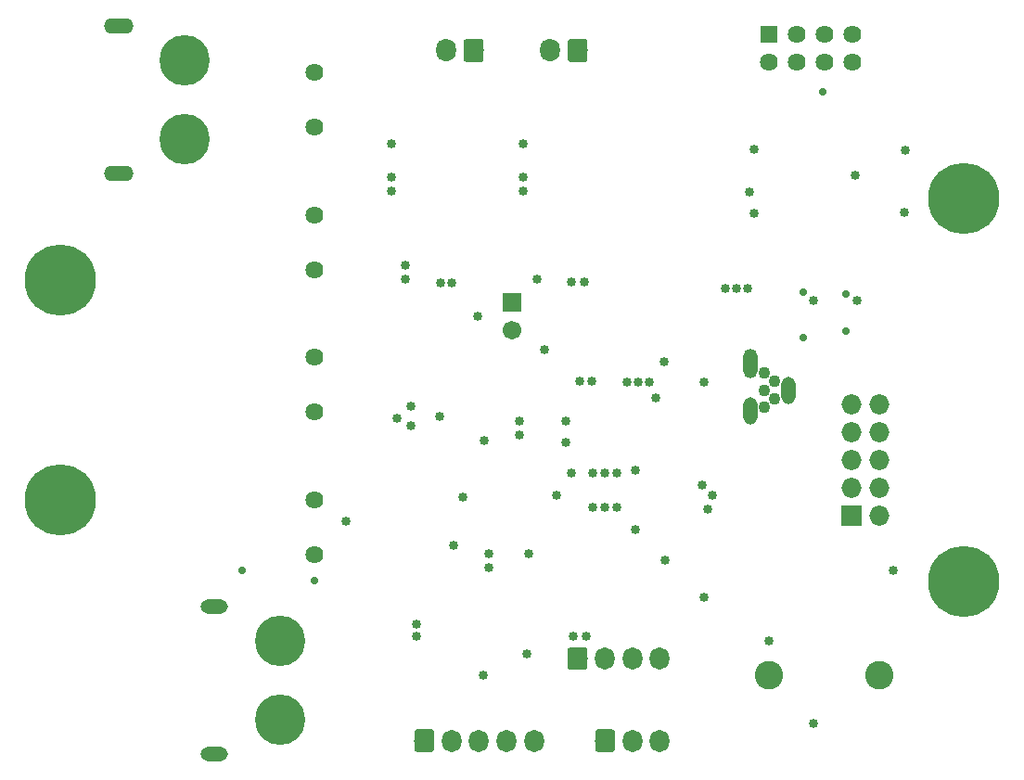
<source format=gbs>
G04 #@! TF.GenerationSoftware,KiCad,Pcbnew,(5.1.4)-1*
G04 #@! TF.CreationDate,2020-08-18T21:21:43-04:00*
G04 #@! TF.ProjectId,EBoard Sidecar,45426f61-7264-4205-9369-64656361722e,rev?*
G04 #@! TF.SameCoordinates,Original*
G04 #@! TF.FileFunction,Soldermask,Bot*
G04 #@! TF.FilePolarity,Negative*
%FSLAX46Y46*%
G04 Gerber Fmt 4.6, Leading zero omitted, Abs format (unit mm)*
G04 Created by KiCad (PCBNEW (5.1.4)-1) date 2020-08-18 21:21:43*
%MOMM*%
%LPD*%
G04 APERTURE LIST*
%ADD10C,6.501600*%
%ADD11O,1.828800X1.828800*%
%ADD12R,1.828800X1.828800*%
%ADD13O,1.801600X2.101600*%
%ADD14C,0.100000*%
%ADD15C,1.801600*%
%ADD16C,1.625600*%
%ADD17R,1.625600X1.625600*%
%ADD18C,1.101600*%
%ADD19O,1.301600X2.501600*%
%ADD20O,1.301600X2.701600*%
%ADD21O,1.801600X2.051600*%
%ADD22C,4.601601*%
%ADD23O,2.701600X1.401600*%
%ADD24O,2.501600X1.301600*%
%ADD25C,1.701600*%
%ADD26R,1.701600X1.701600*%
%ADD27C,2.601600*%
%ADD28C,0.851600*%
%ADD29C,0.701600*%
G04 APERTURE END LIST*
D10*
X178750000Y-127500000D03*
X178750000Y-92500000D03*
X96250000Y-120000000D03*
X96250000Y-100000000D03*
D11*
X171040000Y-111340000D03*
X168500000Y-111340000D03*
X171040000Y-113880000D03*
X168500000Y-113880000D03*
X171040000Y-116420000D03*
X168500000Y-116420000D03*
X171040000Y-118960000D03*
X168500000Y-118960000D03*
X171040000Y-121500000D03*
D12*
X168500000Y-121500000D03*
D13*
X141000000Y-79000000D03*
D14*
G36*
X144161828Y-77950476D02*
G01*
X144187546Y-77954291D01*
X144212767Y-77960608D01*
X144237248Y-77969367D01*
X144260751Y-77980484D01*
X144283052Y-77993851D01*
X144303936Y-78009339D01*
X144323201Y-78026799D01*
X144340661Y-78046064D01*
X144356149Y-78066948D01*
X144369516Y-78089249D01*
X144380633Y-78112752D01*
X144389392Y-78137233D01*
X144395709Y-78162454D01*
X144399524Y-78188172D01*
X144400800Y-78214141D01*
X144400800Y-79785859D01*
X144399524Y-79811828D01*
X144395709Y-79837546D01*
X144389392Y-79862767D01*
X144380633Y-79887248D01*
X144369516Y-79910751D01*
X144356149Y-79933052D01*
X144340661Y-79953936D01*
X144323201Y-79973201D01*
X144303936Y-79990661D01*
X144283052Y-80006149D01*
X144260751Y-80019516D01*
X144237248Y-80030633D01*
X144212767Y-80039392D01*
X144187546Y-80045709D01*
X144161828Y-80049524D01*
X144135859Y-80050800D01*
X142864141Y-80050800D01*
X142838172Y-80049524D01*
X142812454Y-80045709D01*
X142787233Y-80039392D01*
X142762752Y-80030633D01*
X142739249Y-80019516D01*
X142716948Y-80006149D01*
X142696064Y-79990661D01*
X142676799Y-79973201D01*
X142659339Y-79953936D01*
X142643851Y-79933052D01*
X142630484Y-79910751D01*
X142619367Y-79887248D01*
X142610608Y-79862767D01*
X142604291Y-79837546D01*
X142600476Y-79811828D01*
X142599200Y-79785859D01*
X142599200Y-78214141D01*
X142600476Y-78188172D01*
X142604291Y-78162454D01*
X142610608Y-78137233D01*
X142619367Y-78112752D01*
X142630484Y-78089249D01*
X142643851Y-78066948D01*
X142659339Y-78046064D01*
X142676799Y-78026799D01*
X142696064Y-78009339D01*
X142716948Y-77993851D01*
X142739249Y-77980484D01*
X142762752Y-77969367D01*
X142787233Y-77960608D01*
X142812454Y-77954291D01*
X142838172Y-77950476D01*
X142864141Y-77949200D01*
X144135859Y-77949200D01*
X144161828Y-77950476D01*
X144161828Y-77950476D01*
G37*
D15*
X143500000Y-79000000D03*
D13*
X131500000Y-79000000D03*
D14*
G36*
X134661828Y-77950476D02*
G01*
X134687546Y-77954291D01*
X134712767Y-77960608D01*
X134737248Y-77969367D01*
X134760751Y-77980484D01*
X134783052Y-77993851D01*
X134803936Y-78009339D01*
X134823201Y-78026799D01*
X134840661Y-78046064D01*
X134856149Y-78066948D01*
X134869516Y-78089249D01*
X134880633Y-78112752D01*
X134889392Y-78137233D01*
X134895709Y-78162454D01*
X134899524Y-78188172D01*
X134900800Y-78214141D01*
X134900800Y-79785859D01*
X134899524Y-79811828D01*
X134895709Y-79837546D01*
X134889392Y-79862767D01*
X134880633Y-79887248D01*
X134869516Y-79910751D01*
X134856149Y-79933052D01*
X134840661Y-79953936D01*
X134823201Y-79973201D01*
X134803936Y-79990661D01*
X134783052Y-80006149D01*
X134760751Y-80019516D01*
X134737248Y-80030633D01*
X134712767Y-80039392D01*
X134687546Y-80045709D01*
X134661828Y-80049524D01*
X134635859Y-80050800D01*
X133364141Y-80050800D01*
X133338172Y-80049524D01*
X133312454Y-80045709D01*
X133287233Y-80039392D01*
X133262752Y-80030633D01*
X133239249Y-80019516D01*
X133216948Y-80006149D01*
X133196064Y-79990661D01*
X133176799Y-79973201D01*
X133159339Y-79953936D01*
X133143851Y-79933052D01*
X133130484Y-79910751D01*
X133119367Y-79887248D01*
X133110608Y-79862767D01*
X133104291Y-79837546D01*
X133100476Y-79811828D01*
X133099200Y-79785859D01*
X133099200Y-78214141D01*
X133100476Y-78188172D01*
X133104291Y-78162454D01*
X133110608Y-78137233D01*
X133119367Y-78112752D01*
X133130484Y-78089249D01*
X133143851Y-78066948D01*
X133159339Y-78046064D01*
X133176799Y-78026799D01*
X133196064Y-78009339D01*
X133216948Y-77993851D01*
X133239249Y-77980484D01*
X133262752Y-77969367D01*
X133287233Y-77960608D01*
X133312454Y-77954291D01*
X133338172Y-77950476D01*
X133364141Y-77949200D01*
X134635859Y-77949200D01*
X134661828Y-77950476D01*
X134661828Y-77950476D01*
G37*
D15*
X134000000Y-79000000D03*
D16*
X168620000Y-80040000D03*
X168620000Y-77500000D03*
X166080000Y-80040000D03*
X166080000Y-77500000D03*
X163540000Y-80040000D03*
X163540000Y-77500000D03*
X161000000Y-80040000D03*
D17*
X161000000Y-77500000D03*
D18*
X160500000Y-111600000D03*
X160500000Y-110000000D03*
X160500000Y-108400000D03*
X161500000Y-109200000D03*
X161500000Y-110800000D03*
D19*
X159250000Y-111900000D03*
X162750000Y-110000000D03*
D20*
X159250000Y-107600000D03*
D21*
X151000000Y-134500000D03*
X148500000Y-134500000D03*
X146000000Y-134500000D03*
D14*
G36*
X144161828Y-133475476D02*
G01*
X144187546Y-133479291D01*
X144212767Y-133485608D01*
X144237248Y-133494367D01*
X144260751Y-133505484D01*
X144283052Y-133518851D01*
X144303936Y-133534339D01*
X144323201Y-133551799D01*
X144340661Y-133571064D01*
X144356149Y-133591948D01*
X144369516Y-133614249D01*
X144380633Y-133637752D01*
X144389392Y-133662233D01*
X144395709Y-133687454D01*
X144399524Y-133713172D01*
X144400800Y-133739141D01*
X144400800Y-135260859D01*
X144399524Y-135286828D01*
X144395709Y-135312546D01*
X144389392Y-135337767D01*
X144380633Y-135362248D01*
X144369516Y-135385751D01*
X144356149Y-135408052D01*
X144340661Y-135428936D01*
X144323201Y-135448201D01*
X144303936Y-135465661D01*
X144283052Y-135481149D01*
X144260751Y-135494516D01*
X144237248Y-135505633D01*
X144212767Y-135514392D01*
X144187546Y-135520709D01*
X144161828Y-135524524D01*
X144135859Y-135525800D01*
X142864141Y-135525800D01*
X142838172Y-135524524D01*
X142812454Y-135520709D01*
X142787233Y-135514392D01*
X142762752Y-135505633D01*
X142739249Y-135494516D01*
X142716948Y-135481149D01*
X142696064Y-135465661D01*
X142676799Y-135448201D01*
X142659339Y-135428936D01*
X142643851Y-135408052D01*
X142630484Y-135385751D01*
X142619367Y-135362248D01*
X142610608Y-135337767D01*
X142604291Y-135312546D01*
X142600476Y-135286828D01*
X142599200Y-135260859D01*
X142599200Y-133739141D01*
X142600476Y-133713172D01*
X142604291Y-133687454D01*
X142610608Y-133662233D01*
X142619367Y-133637752D01*
X142630484Y-133614249D01*
X142643851Y-133591948D01*
X142659339Y-133571064D01*
X142676799Y-133551799D01*
X142696064Y-133534339D01*
X142716948Y-133518851D01*
X142739249Y-133505484D01*
X142762752Y-133494367D01*
X142787233Y-133485608D01*
X142812454Y-133479291D01*
X142838172Y-133475476D01*
X142864141Y-133474200D01*
X144135859Y-133474200D01*
X144161828Y-133475476D01*
X144161828Y-133475476D01*
G37*
D15*
X143500000Y-134500000D03*
D21*
X151000000Y-142000000D03*
X148500000Y-142000000D03*
D14*
G36*
X146661828Y-140975476D02*
G01*
X146687546Y-140979291D01*
X146712767Y-140985608D01*
X146737248Y-140994367D01*
X146760751Y-141005484D01*
X146783052Y-141018851D01*
X146803936Y-141034339D01*
X146823201Y-141051799D01*
X146840661Y-141071064D01*
X146856149Y-141091948D01*
X146869516Y-141114249D01*
X146880633Y-141137752D01*
X146889392Y-141162233D01*
X146895709Y-141187454D01*
X146899524Y-141213172D01*
X146900800Y-141239141D01*
X146900800Y-142760859D01*
X146899524Y-142786828D01*
X146895709Y-142812546D01*
X146889392Y-142837767D01*
X146880633Y-142862248D01*
X146869516Y-142885751D01*
X146856149Y-142908052D01*
X146840661Y-142928936D01*
X146823201Y-142948201D01*
X146803936Y-142965661D01*
X146783052Y-142981149D01*
X146760751Y-142994516D01*
X146737248Y-143005633D01*
X146712767Y-143014392D01*
X146687546Y-143020709D01*
X146661828Y-143024524D01*
X146635859Y-143025800D01*
X145364141Y-143025800D01*
X145338172Y-143024524D01*
X145312454Y-143020709D01*
X145287233Y-143014392D01*
X145262752Y-143005633D01*
X145239249Y-142994516D01*
X145216948Y-142981149D01*
X145196064Y-142965661D01*
X145176799Y-142948201D01*
X145159339Y-142928936D01*
X145143851Y-142908052D01*
X145130484Y-142885751D01*
X145119367Y-142862248D01*
X145110608Y-142837767D01*
X145104291Y-142812546D01*
X145100476Y-142786828D01*
X145099200Y-142760859D01*
X145099200Y-141239141D01*
X145100476Y-141213172D01*
X145104291Y-141187454D01*
X145110608Y-141162233D01*
X145119367Y-141137752D01*
X145130484Y-141114249D01*
X145143851Y-141091948D01*
X145159339Y-141071064D01*
X145176799Y-141051799D01*
X145196064Y-141034339D01*
X145216948Y-141018851D01*
X145239249Y-141005484D01*
X145262752Y-140994367D01*
X145287233Y-140985608D01*
X145312454Y-140979291D01*
X145338172Y-140975476D01*
X145364141Y-140974200D01*
X146635859Y-140974200D01*
X146661828Y-140975476D01*
X146661828Y-140975476D01*
G37*
D15*
X146000000Y-142000000D03*
D22*
X107650000Y-79900000D03*
X107650000Y-87100000D03*
D23*
X101650000Y-76750000D03*
X101650000Y-90250000D03*
D21*
X139500000Y-142000000D03*
X137000000Y-142000000D03*
X134500000Y-142000000D03*
X132000000Y-142000000D03*
D14*
G36*
X130161828Y-140975476D02*
G01*
X130187546Y-140979291D01*
X130212767Y-140985608D01*
X130237248Y-140994367D01*
X130260751Y-141005484D01*
X130283052Y-141018851D01*
X130303936Y-141034339D01*
X130323201Y-141051799D01*
X130340661Y-141071064D01*
X130356149Y-141091948D01*
X130369516Y-141114249D01*
X130380633Y-141137752D01*
X130389392Y-141162233D01*
X130395709Y-141187454D01*
X130399524Y-141213172D01*
X130400800Y-141239141D01*
X130400800Y-142760859D01*
X130399524Y-142786828D01*
X130395709Y-142812546D01*
X130389392Y-142837767D01*
X130380633Y-142862248D01*
X130369516Y-142885751D01*
X130356149Y-142908052D01*
X130340661Y-142928936D01*
X130323201Y-142948201D01*
X130303936Y-142965661D01*
X130283052Y-142981149D01*
X130260751Y-142994516D01*
X130237248Y-143005633D01*
X130212767Y-143014392D01*
X130187546Y-143020709D01*
X130161828Y-143024524D01*
X130135859Y-143025800D01*
X128864141Y-143025800D01*
X128838172Y-143024524D01*
X128812454Y-143020709D01*
X128787233Y-143014392D01*
X128762752Y-143005633D01*
X128739249Y-142994516D01*
X128716948Y-142981149D01*
X128696064Y-142965661D01*
X128676799Y-142948201D01*
X128659339Y-142928936D01*
X128643851Y-142908052D01*
X128630484Y-142885751D01*
X128619367Y-142862248D01*
X128610608Y-142837767D01*
X128604291Y-142812546D01*
X128600476Y-142786828D01*
X128599200Y-142760859D01*
X128599200Y-141239141D01*
X128600476Y-141213172D01*
X128604291Y-141187454D01*
X128610608Y-141162233D01*
X128619367Y-141137752D01*
X128630484Y-141114249D01*
X128643851Y-141091948D01*
X128659339Y-141071064D01*
X128676799Y-141051799D01*
X128696064Y-141034339D01*
X128716948Y-141018851D01*
X128739249Y-141005484D01*
X128762752Y-140994367D01*
X128787233Y-140985608D01*
X128812454Y-140979291D01*
X128838172Y-140975476D01*
X128864141Y-140974200D01*
X130135859Y-140974200D01*
X130161828Y-140975476D01*
X130161828Y-140975476D01*
G37*
D15*
X129500000Y-142000000D03*
D22*
X116350000Y-140100000D03*
X116350000Y-132900000D03*
D24*
X110350000Y-143250000D03*
X110350000Y-129750000D03*
D25*
X137500000Y-104500000D03*
D26*
X137500000Y-102000000D03*
D16*
X119500000Y-81000000D03*
X119500000Y-86000000D03*
X119500000Y-107000000D03*
X119500000Y-112000000D03*
X119500000Y-120000000D03*
X119500000Y-125000000D03*
X119500000Y-94000000D03*
X119500000Y-99000000D03*
D27*
X161000000Y-136000000D03*
X171000000Y-136000000D03*
D28*
X135400000Y-126200000D03*
X135400000Y-124900000D03*
X134875000Y-136025000D03*
X138875000Y-134075000D03*
X132200000Y-124200000D03*
X133000000Y-119800000D03*
X159600000Y-88000000D03*
X159625000Y-93825000D03*
X173400000Y-88100000D03*
X173300000Y-93800000D03*
X159200000Y-91900000D03*
X168800000Y-90400000D03*
X165000000Y-101800000D03*
X169000000Y-101800000D03*
X165050000Y-140450000D03*
X161000000Y-132900000D03*
X172300000Y-126500000D03*
X155000000Y-128900000D03*
X151500000Y-125500000D03*
X148800000Y-122700000D03*
X143700000Y-109200000D03*
X142400000Y-114800000D03*
X141600000Y-119600000D03*
X142900000Y-117600000D03*
X148800000Y-117300000D03*
X155400000Y-120900000D03*
X155000000Y-109300000D03*
X150600000Y-110700000D03*
X151400000Y-107400000D03*
X140500000Y-106300000D03*
X130875000Y-112375000D03*
X126500000Y-90600000D03*
X126500000Y-91800000D03*
X138500000Y-90600000D03*
X138500000Y-91800000D03*
X131000000Y-100200000D03*
X132000000Y-100200000D03*
X142900000Y-100100000D03*
X144100000Y-100100000D03*
X143100000Y-132500000D03*
X144300000Y-132500000D03*
X139000000Y-124900000D03*
X135000000Y-114600000D03*
X127000000Y-112550000D03*
X122350000Y-122000000D03*
X146000000Y-117600000D03*
X144900000Y-117600000D03*
X147100000Y-117600000D03*
X146000000Y-120700000D03*
X147100000Y-120700000D03*
X144900000Y-120700000D03*
X150000000Y-109250000D03*
X148000000Y-109250000D03*
X149000000Y-109250000D03*
X157000000Y-100750000D03*
X158000000Y-100750000D03*
X159000000Y-100750000D03*
X128800000Y-131400000D03*
X128800000Y-132500000D03*
X126500000Y-87500000D03*
X127800000Y-99900000D03*
X138500000Y-87500000D03*
X139800000Y-99900000D03*
D29*
X164100000Y-105200000D03*
X164100000Y-101100000D03*
X168000000Y-104600000D03*
X168000000Y-101200000D03*
D28*
X155800000Y-119600000D03*
X142400000Y-112800000D03*
X154900000Y-118700000D03*
X144800000Y-109200000D03*
X127800000Y-98600000D03*
X134350000Y-103250000D03*
D29*
X165900000Y-82800000D03*
D28*
X128300000Y-113250000D03*
X138200000Y-114100000D03*
X128300000Y-111500000D03*
X138200000Y-112800000D03*
D29*
X119500000Y-127400000D03*
X112892000Y-126500000D03*
M02*

</source>
